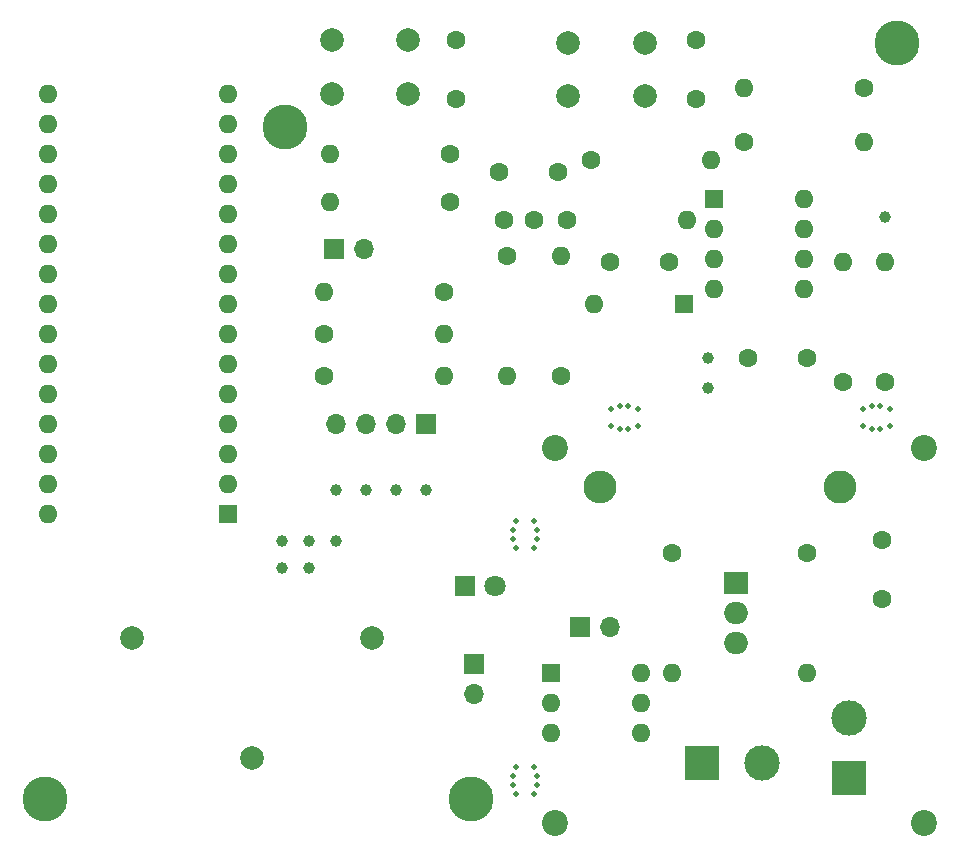
<source format=gbr>
%TF.GenerationSoftware,KiCad,Pcbnew,7.0.10*%
%TF.CreationDate,2024-02-07T09:44:58+01:00*%
%TF.ProjectId,NanoFridgeThermistat-board,4e616e6f-4672-4696-9467-65546865726d,rev?*%
%TF.SameCoordinates,Original*%
%TF.FileFunction,Soldermask,Top*%
%TF.FilePolarity,Negative*%
%FSLAX46Y46*%
G04 Gerber Fmt 4.6, Leading zero omitted, Abs format (unit mm)*
G04 Created by KiCad (PCBNEW 7.0.10) date 2024-02-07 09:44:58*
%MOMM*%
%LPD*%
G01*
G04 APERTURE LIST*
%ADD10C,1.000000*%
%ADD11C,1.600000*%
%ADD12O,1.600000X1.600000*%
%ADD13R,1.800000X1.800000*%
%ADD14C,1.800000*%
%ADD15C,0.500000*%
%ADD16R,1.700000X1.700000*%
%ADD17O,1.700000X1.700000*%
%ADD18C,3.800000*%
%ADD19C,2.200000*%
%ADD20C,2.000000*%
%ADD21R,1.600000X1.600000*%
%ADD22R,2.000000X1.905000*%
%ADD23O,2.000000X1.905000*%
%ADD24R,3.000000X3.000000*%
%ADD25C,3.000000*%
%ADD26C,2.800000*%
%ADD27O,2.800000X2.800000*%
G04 APERTURE END LIST*
D10*
%TO.C,TP3*%
X140208000Y-92456000D03*
%TD*%
D11*
%TO.C,R4*%
X137160000Y-106426000D03*
D12*
X137160000Y-116586000D03*
%TD*%
D11*
%TO.C,C1*%
X154940000Y-105316000D03*
X154940000Y-110316000D03*
%TD*%
D13*
%TO.C,D2*%
X119634000Y-109220000D03*
D14*
X122174000Y-109220000D03*
%TD*%
D11*
%TO.C,C2*%
X118872000Y-68032000D03*
X118872000Y-63032000D03*
%TD*%
D15*
%TO.C,mouse-bite-1mm-slot*%
X131946000Y-94246000D03*
X131946000Y-95746000D03*
X132746000Y-93996000D03*
X132746000Y-95996000D03*
X133446000Y-93996000D03*
X133446000Y-95996000D03*
X134246000Y-94246000D03*
X134246000Y-95746000D03*
%TD*%
D10*
%TO.C,TP12*%
X108712000Y-105410000D03*
%TD*%
D11*
%TO.C,R14*%
X128260000Y-78232000D03*
D12*
X138420000Y-78232000D03*
%TD*%
D11*
%TO.C,R19*%
X153416000Y-67056000D03*
D12*
X143256000Y-67056000D03*
%TD*%
D16*
%TO.C,J1*%
X108478000Y-80722000D03*
D17*
X111018000Y-80722000D03*
%TD*%
D18*
%TO.C,H3*%
X156210000Y-63246000D03*
%TD*%
D11*
%TO.C,R16*%
X151628000Y-91948000D03*
D12*
X151628000Y-81788000D03*
%TD*%
D19*
%TO.C,H7*%
X127254000Y-129286000D03*
%TD*%
D20*
%TO.C,T1*%
X111760000Y-113665000D03*
X91440000Y-113665000D03*
X101600000Y-123825000D03*
%TD*%
D19*
%TO.C,H6*%
X127254000Y-97536000D03*
%TD*%
D11*
%TO.C,C5*%
X131856000Y-81788000D03*
X136856000Y-81788000D03*
%TD*%
D21*
%TO.C,A1*%
X99568000Y-103124000D03*
D12*
X99568000Y-100584000D03*
X99568000Y-98044000D03*
X99568000Y-95504000D03*
X99568000Y-92964000D03*
X99568000Y-90424000D03*
X99568000Y-87884000D03*
X99568000Y-85344000D03*
X99568000Y-82804000D03*
X99568000Y-80264000D03*
X99568000Y-77724000D03*
X99568000Y-75184000D03*
X99568000Y-72644000D03*
X99568000Y-70104000D03*
X99568000Y-67564000D03*
X84328000Y-67564000D03*
X84328000Y-70104000D03*
X84328000Y-72644000D03*
X84328000Y-75184000D03*
X84328000Y-77724000D03*
X84328000Y-80264000D03*
X84328000Y-82804000D03*
X84328000Y-85344000D03*
X84328000Y-87884000D03*
X84328000Y-90424000D03*
X84328000Y-92964000D03*
X84328000Y-95504000D03*
X84328000Y-98044000D03*
X84328000Y-100584000D03*
X84328000Y-103124000D03*
%TD*%
D10*
%TO.C,TP6*%
X140208000Y-89916000D03*
%TD*%
D22*
%TO.C,D1*%
X142565000Y-108966000D03*
D23*
X142565000Y-111506000D03*
X142565000Y-114046000D03*
%TD*%
D11*
%TO.C,R15*%
X130292000Y-73152000D03*
D12*
X140452000Y-73152000D03*
%TD*%
D11*
%TO.C,R9*%
X107696000Y-87884000D03*
D12*
X117856000Y-87884000D03*
%TD*%
D18*
%TO.C,H4*%
X120142000Y-127254000D03*
%TD*%
D19*
%TO.C,H5*%
X158496000Y-97536000D03*
%TD*%
D20*
%TO.C,SW2*%
X128322000Y-63282000D03*
X134822000Y-63282000D03*
X128322000Y-67782000D03*
X134822000Y-67782000D03*
%TD*%
D10*
%TO.C,TP1*%
X104140000Y-107696000D03*
%TD*%
D24*
%TO.C,J2*%
X139700000Y-124206000D03*
D25*
X144780000Y-124206000D03*
%TD*%
D11*
%TO.C,R2*%
X107696000Y-91440000D03*
D12*
X117856000Y-91440000D03*
%TD*%
D16*
%TO.C,J4*%
X116332000Y-95504000D03*
D17*
X113792000Y-95504000D03*
X111252000Y-95504000D03*
X108712000Y-95504000D03*
%TD*%
D16*
%TO.C,J6*%
X120396000Y-115824000D03*
D17*
X120396000Y-118364000D03*
%TD*%
D15*
%TO.C,mouse-bite-1mm-slot*%
X153282000Y-94246000D03*
X153282000Y-95746000D03*
X154082000Y-93996000D03*
X154082000Y-95996000D03*
X154782000Y-93996000D03*
X154782000Y-95996000D03*
X155582000Y-94246000D03*
X155582000Y-95746000D03*
%TD*%
D10*
%TO.C,TP9*%
X116332000Y-101092000D03*
%TD*%
D11*
%TO.C,C3*%
X139192000Y-67992000D03*
X139192000Y-62992000D03*
%TD*%
%TO.C,C4*%
X125446000Y-78232000D03*
X122946000Y-78232000D03*
%TD*%
%TO.C,R11*%
X118364000Y-76708000D03*
D12*
X108204000Y-76708000D03*
%TD*%
D21*
%TO.C,D3*%
X138166000Y-85344000D03*
D12*
X130546000Y-85344000D03*
%TD*%
D15*
%TO.C,mouse-bite-1mm-slot*%
X123964000Y-106052000D03*
X125464000Y-106052000D03*
X123714000Y-105252000D03*
X125714000Y-105252000D03*
X123714000Y-104552000D03*
X125714000Y-104552000D03*
X123964000Y-103752000D03*
X125464000Y-103752000D03*
%TD*%
D10*
%TO.C,TP7*%
X155194000Y-77978000D03*
%TD*%
D11*
%TO.C,C7*%
X143540000Y-89916000D03*
X148540000Y-89916000D03*
%TD*%
D19*
%TO.C,H8*%
X158496000Y-129286000D03*
%TD*%
D11*
%TO.C,C6*%
X122468000Y-74168000D03*
X127468000Y-74168000D03*
%TD*%
D16*
%TO.C,J5*%
X129306000Y-112731000D03*
D17*
X131846000Y-112731000D03*
%TD*%
D10*
%TO.C,TP4*%
X106426000Y-105410000D03*
%TD*%
D11*
%TO.C,R17*%
X155184000Y-91948000D03*
D12*
X155184000Y-81788000D03*
%TD*%
D10*
%TO.C,TP8*%
X106426000Y-107696000D03*
%TD*%
D11*
%TO.C,R3*%
X148590000Y-106426000D03*
D12*
X148590000Y-116586000D03*
%TD*%
D21*
%TO.C,U1*%
X126873000Y-116586000D03*
D12*
X126873000Y-119126000D03*
X126873000Y-121666000D03*
X134493000Y-121666000D03*
X134493000Y-119126000D03*
X134493000Y-116586000D03*
%TD*%
D15*
%TO.C,mouse-bite-1mm-slot*%
X123964000Y-126880000D03*
X125464000Y-126880000D03*
X123714000Y-126080000D03*
X125714000Y-126080000D03*
X123714000Y-125380000D03*
X125714000Y-125380000D03*
X123964000Y-124580000D03*
X125464000Y-124580000D03*
%TD*%
D11*
%TO.C,R12*%
X127752000Y-91440000D03*
D12*
X127752000Y-81280000D03*
%TD*%
D11*
%TO.C,R13*%
X123180000Y-81280000D03*
D12*
X123180000Y-91440000D03*
%TD*%
D11*
%TO.C,R10*%
X118364000Y-72644000D03*
D12*
X108204000Y-72644000D03*
%TD*%
D18*
%TO.C,H1*%
X84074000Y-127254000D03*
%TD*%
D10*
%TO.C,TP10*%
X113792000Y-101092000D03*
%TD*%
D26*
%TO.C,R8*%
X151384000Y-100838000D03*
D27*
X131064000Y-100838000D03*
%TD*%
D11*
%TO.C,R18*%
X143256000Y-71628000D03*
D12*
X153416000Y-71628000D03*
%TD*%
D10*
%TO.C,TP5*%
X104140000Y-105410000D03*
%TD*%
D21*
%TO.C,U2*%
X140716000Y-76464000D03*
D12*
X140716000Y-79004000D03*
X140716000Y-81544000D03*
X140716000Y-84084000D03*
X148336000Y-84084000D03*
X148336000Y-81544000D03*
X148336000Y-79004000D03*
X148336000Y-76464000D03*
%TD*%
D18*
%TO.C,H2*%
X104394000Y-70358000D03*
%TD*%
D10*
%TO.C,TP13*%
X108712000Y-101092000D03*
%TD*%
D20*
%TO.C,SW1*%
X108308000Y-63064000D03*
X114808000Y-63064000D03*
X108308000Y-67564000D03*
X114808000Y-67564000D03*
%TD*%
D24*
%TO.C,J3*%
X152146000Y-125476000D03*
D25*
X152146000Y-120396000D03*
%TD*%
D11*
%TO.C,R1*%
X117856000Y-84328000D03*
D12*
X107696000Y-84328000D03*
%TD*%
D10*
%TO.C,TP11*%
X111252000Y-101092000D03*
%TD*%
M02*

</source>
